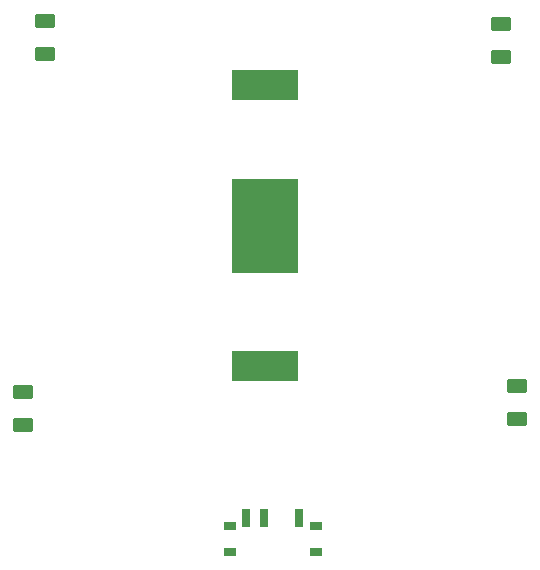
<source format=gbr>
%TF.GenerationSoftware,KiCad,Pcbnew,(6.0.0)*%
%TF.CreationDate,2022-03-24T14:36:50-05:00*%
%TF.ProjectId,Mando,4d616e64-6f2e-46b6-9963-61645f706362,rev?*%
%TF.SameCoordinates,Original*%
%TF.FileFunction,Paste,Bot*%
%TF.FilePolarity,Positive*%
%FSLAX46Y46*%
G04 Gerber Fmt 4.6, Leading zero omitted, Abs format (unit mm)*
G04 Created by KiCad (PCBNEW (6.0.0)) date 2022-03-24 14:36:50*
%MOMM*%
%LPD*%
G01*
G04 APERTURE LIST*
G04 Aperture macros list*
%AMRoundRect*
0 Rectangle with rounded corners*
0 $1 Rounding radius*
0 $2 $3 $4 $5 $6 $7 $8 $9 X,Y pos of 4 corners*
0 Add a 4 corners polygon primitive as box body*
4,1,4,$2,$3,$4,$5,$6,$7,$8,$9,$2,$3,0*
0 Add four circle primitives for the rounded corners*
1,1,$1+$1,$2,$3*
1,1,$1+$1,$4,$5*
1,1,$1+$1,$6,$7*
1,1,$1+$1,$8,$9*
0 Add four rect primitives between the rounded corners*
20,1,$1+$1,$2,$3,$4,$5,0*
20,1,$1+$1,$4,$5,$6,$7,0*
20,1,$1+$1,$6,$7,$8,$9,0*
20,1,$1+$1,$8,$9,$2,$3,0*%
G04 Aperture macros list end*
%ADD10RoundRect,0.250000X-0.625000X0.375000X-0.625000X-0.375000X0.625000X-0.375000X0.625000X0.375000X0*%
%ADD11R,1.000000X0.800000*%
%ADD12R,0.700000X1.500000*%
%ADD13RoundRect,0.250000X0.625000X-0.375000X0.625000X0.375000X-0.625000X0.375000X-0.625000X-0.375000X0*%
%ADD14R,5.560000X2.600000*%
%ADD15R,5.560000X8.000000*%
G04 APERTURE END LIST*
D10*
%TO.C,D4*%
X158850000Y-125875000D03*
X158850000Y-128675000D03*
%TD*%
D11*
%TO.C,SW1*%
X176325000Y-139435000D03*
X183625000Y-139435000D03*
X176325000Y-137225000D03*
X183625000Y-137225000D03*
D12*
X182225000Y-136575000D03*
X179225000Y-136575000D03*
X177725000Y-136575000D03*
%TD*%
D13*
%TO.C,D1*%
X160675000Y-97275000D03*
X160675000Y-94475000D03*
%TD*%
D14*
%TO.C,BT1*%
X179300000Y-123725000D03*
X179300000Y-99915000D03*
D15*
X179300000Y-111820000D03*
%TD*%
D13*
%TO.C,D2*%
X199275000Y-97550000D03*
X199275000Y-94750000D03*
%TD*%
D10*
%TO.C,D3*%
X200650000Y-125375000D03*
X200650000Y-128175000D03*
%TD*%
M02*

</source>
